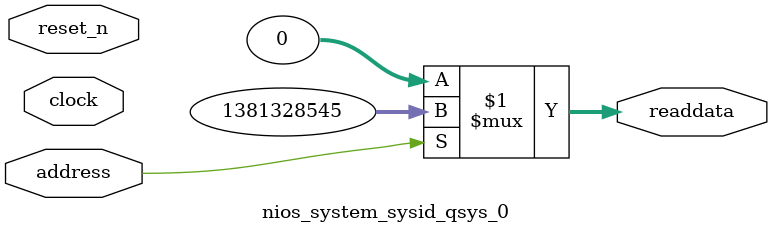
<source format=v>

`timescale 1ns / 1ps
// synthesis translate_on

// turn off superfluous verilog processor warnings 
// altera message_level Level1 
// altera message_off 10034 10035 10036 10037 10230 10240 10030 

module nios_system_sysid_qsys_0 (
               // inputs:
                address,
                clock,
                reset_n,

               // outputs:
                readdata
             )
;

  output  [ 31: 0] readdata;
  input            address;
  input            clock;
  input            reset_n;

  wire    [ 31: 0] readdata;
  //control_slave, which is an e_avalon_slave
  assign readdata = address ? 1381328545 : 0;

endmodule




</source>
